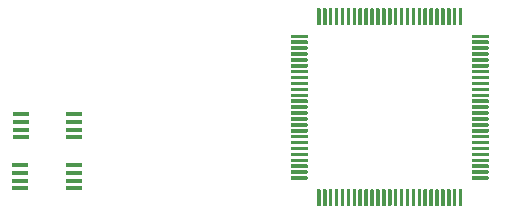
<source format=gtp>
G04 #@! TF.GenerationSoftware,KiCad,Pcbnew,(5.1.10)-1*
G04 #@! TF.CreationDate,2021-07-30T10:24:52+01:00*
G04 #@! TF.ProjectId,AudioYM2612,41756469-6f59-44d3-9236-31322e6b6963,rev?*
G04 #@! TF.SameCoordinates,Original*
G04 #@! TF.FileFunction,Paste,Top*
G04 #@! TF.FilePolarity,Positive*
%FSLAX46Y46*%
G04 Gerber Fmt 4.6, Leading zero omitted, Abs format (unit mm)*
G04 Created by KiCad (PCBNEW (5.1.10)-1) date 2021-07-30 10:24:52*
%MOMM*%
%LPD*%
G01*
G04 APERTURE LIST*
%ADD10R,1.397000X0.431800*%
G04 APERTURE END LIST*
D10*
X136677400Y-129743200D03*
X136677400Y-129108200D03*
X136677400Y-128447800D03*
X136677400Y-127812800D03*
X141198600Y-127812800D03*
X141198600Y-128447800D03*
X141198600Y-129108200D03*
X141198600Y-129743200D03*
X136702800Y-125425200D03*
X136702800Y-124790200D03*
X136702800Y-124129800D03*
X136702800Y-123494800D03*
X141224000Y-123494800D03*
X141224000Y-124129800D03*
X141224000Y-124790200D03*
X141224000Y-125425200D03*
G36*
G01*
X161800000Y-115893500D02*
X161800000Y-114568500D01*
G75*
G02*
X161875000Y-114493500I75000J0D01*
G01*
X162025000Y-114493500D01*
G75*
G02*
X162100000Y-114568500I0J-75000D01*
G01*
X162100000Y-115893500D01*
G75*
G02*
X162025000Y-115968500I-75000J0D01*
G01*
X161875000Y-115968500D01*
G75*
G02*
X161800000Y-115893500I0J75000D01*
G01*
G37*
G36*
G01*
X162300000Y-115893500D02*
X162300000Y-114568500D01*
G75*
G02*
X162375000Y-114493500I75000J0D01*
G01*
X162525000Y-114493500D01*
G75*
G02*
X162600000Y-114568500I0J-75000D01*
G01*
X162600000Y-115893500D01*
G75*
G02*
X162525000Y-115968500I-75000J0D01*
G01*
X162375000Y-115968500D01*
G75*
G02*
X162300000Y-115893500I0J75000D01*
G01*
G37*
G36*
G01*
X162800000Y-115893500D02*
X162800000Y-114568500D01*
G75*
G02*
X162875000Y-114493500I75000J0D01*
G01*
X163025000Y-114493500D01*
G75*
G02*
X163100000Y-114568500I0J-75000D01*
G01*
X163100000Y-115893500D01*
G75*
G02*
X163025000Y-115968500I-75000J0D01*
G01*
X162875000Y-115968500D01*
G75*
G02*
X162800000Y-115893500I0J75000D01*
G01*
G37*
G36*
G01*
X163300000Y-115893500D02*
X163300000Y-114568500D01*
G75*
G02*
X163375000Y-114493500I75000J0D01*
G01*
X163525000Y-114493500D01*
G75*
G02*
X163600000Y-114568500I0J-75000D01*
G01*
X163600000Y-115893500D01*
G75*
G02*
X163525000Y-115968500I-75000J0D01*
G01*
X163375000Y-115968500D01*
G75*
G02*
X163300000Y-115893500I0J75000D01*
G01*
G37*
G36*
G01*
X163800000Y-115893500D02*
X163800000Y-114568500D01*
G75*
G02*
X163875000Y-114493500I75000J0D01*
G01*
X164025000Y-114493500D01*
G75*
G02*
X164100000Y-114568500I0J-75000D01*
G01*
X164100000Y-115893500D01*
G75*
G02*
X164025000Y-115968500I-75000J0D01*
G01*
X163875000Y-115968500D01*
G75*
G02*
X163800000Y-115893500I0J75000D01*
G01*
G37*
G36*
G01*
X164300000Y-115893500D02*
X164300000Y-114568500D01*
G75*
G02*
X164375000Y-114493500I75000J0D01*
G01*
X164525000Y-114493500D01*
G75*
G02*
X164600000Y-114568500I0J-75000D01*
G01*
X164600000Y-115893500D01*
G75*
G02*
X164525000Y-115968500I-75000J0D01*
G01*
X164375000Y-115968500D01*
G75*
G02*
X164300000Y-115893500I0J75000D01*
G01*
G37*
G36*
G01*
X164800000Y-115893500D02*
X164800000Y-114568500D01*
G75*
G02*
X164875000Y-114493500I75000J0D01*
G01*
X165025000Y-114493500D01*
G75*
G02*
X165100000Y-114568500I0J-75000D01*
G01*
X165100000Y-115893500D01*
G75*
G02*
X165025000Y-115968500I-75000J0D01*
G01*
X164875000Y-115968500D01*
G75*
G02*
X164800000Y-115893500I0J75000D01*
G01*
G37*
G36*
G01*
X165300000Y-115893500D02*
X165300000Y-114568500D01*
G75*
G02*
X165375000Y-114493500I75000J0D01*
G01*
X165525000Y-114493500D01*
G75*
G02*
X165600000Y-114568500I0J-75000D01*
G01*
X165600000Y-115893500D01*
G75*
G02*
X165525000Y-115968500I-75000J0D01*
G01*
X165375000Y-115968500D01*
G75*
G02*
X165300000Y-115893500I0J75000D01*
G01*
G37*
G36*
G01*
X165800000Y-115893500D02*
X165800000Y-114568500D01*
G75*
G02*
X165875000Y-114493500I75000J0D01*
G01*
X166025000Y-114493500D01*
G75*
G02*
X166100000Y-114568500I0J-75000D01*
G01*
X166100000Y-115893500D01*
G75*
G02*
X166025000Y-115968500I-75000J0D01*
G01*
X165875000Y-115968500D01*
G75*
G02*
X165800000Y-115893500I0J75000D01*
G01*
G37*
G36*
G01*
X166300000Y-115893500D02*
X166300000Y-114568500D01*
G75*
G02*
X166375000Y-114493500I75000J0D01*
G01*
X166525000Y-114493500D01*
G75*
G02*
X166600000Y-114568500I0J-75000D01*
G01*
X166600000Y-115893500D01*
G75*
G02*
X166525000Y-115968500I-75000J0D01*
G01*
X166375000Y-115968500D01*
G75*
G02*
X166300000Y-115893500I0J75000D01*
G01*
G37*
G36*
G01*
X166800000Y-115893500D02*
X166800000Y-114568500D01*
G75*
G02*
X166875000Y-114493500I75000J0D01*
G01*
X167025000Y-114493500D01*
G75*
G02*
X167100000Y-114568500I0J-75000D01*
G01*
X167100000Y-115893500D01*
G75*
G02*
X167025000Y-115968500I-75000J0D01*
G01*
X166875000Y-115968500D01*
G75*
G02*
X166800000Y-115893500I0J75000D01*
G01*
G37*
G36*
G01*
X167300000Y-115893500D02*
X167300000Y-114568500D01*
G75*
G02*
X167375000Y-114493500I75000J0D01*
G01*
X167525000Y-114493500D01*
G75*
G02*
X167600000Y-114568500I0J-75000D01*
G01*
X167600000Y-115893500D01*
G75*
G02*
X167525000Y-115968500I-75000J0D01*
G01*
X167375000Y-115968500D01*
G75*
G02*
X167300000Y-115893500I0J75000D01*
G01*
G37*
G36*
G01*
X167800000Y-115893500D02*
X167800000Y-114568500D01*
G75*
G02*
X167875000Y-114493500I75000J0D01*
G01*
X168025000Y-114493500D01*
G75*
G02*
X168100000Y-114568500I0J-75000D01*
G01*
X168100000Y-115893500D01*
G75*
G02*
X168025000Y-115968500I-75000J0D01*
G01*
X167875000Y-115968500D01*
G75*
G02*
X167800000Y-115893500I0J75000D01*
G01*
G37*
G36*
G01*
X168300000Y-115893500D02*
X168300000Y-114568500D01*
G75*
G02*
X168375000Y-114493500I75000J0D01*
G01*
X168525000Y-114493500D01*
G75*
G02*
X168600000Y-114568500I0J-75000D01*
G01*
X168600000Y-115893500D01*
G75*
G02*
X168525000Y-115968500I-75000J0D01*
G01*
X168375000Y-115968500D01*
G75*
G02*
X168300000Y-115893500I0J75000D01*
G01*
G37*
G36*
G01*
X168800000Y-115893500D02*
X168800000Y-114568500D01*
G75*
G02*
X168875000Y-114493500I75000J0D01*
G01*
X169025000Y-114493500D01*
G75*
G02*
X169100000Y-114568500I0J-75000D01*
G01*
X169100000Y-115893500D01*
G75*
G02*
X169025000Y-115968500I-75000J0D01*
G01*
X168875000Y-115968500D01*
G75*
G02*
X168800000Y-115893500I0J75000D01*
G01*
G37*
G36*
G01*
X169300000Y-115893500D02*
X169300000Y-114568500D01*
G75*
G02*
X169375000Y-114493500I75000J0D01*
G01*
X169525000Y-114493500D01*
G75*
G02*
X169600000Y-114568500I0J-75000D01*
G01*
X169600000Y-115893500D01*
G75*
G02*
X169525000Y-115968500I-75000J0D01*
G01*
X169375000Y-115968500D01*
G75*
G02*
X169300000Y-115893500I0J75000D01*
G01*
G37*
G36*
G01*
X169800000Y-115893500D02*
X169800000Y-114568500D01*
G75*
G02*
X169875000Y-114493500I75000J0D01*
G01*
X170025000Y-114493500D01*
G75*
G02*
X170100000Y-114568500I0J-75000D01*
G01*
X170100000Y-115893500D01*
G75*
G02*
X170025000Y-115968500I-75000J0D01*
G01*
X169875000Y-115968500D01*
G75*
G02*
X169800000Y-115893500I0J75000D01*
G01*
G37*
G36*
G01*
X170300000Y-115893500D02*
X170300000Y-114568500D01*
G75*
G02*
X170375000Y-114493500I75000J0D01*
G01*
X170525000Y-114493500D01*
G75*
G02*
X170600000Y-114568500I0J-75000D01*
G01*
X170600000Y-115893500D01*
G75*
G02*
X170525000Y-115968500I-75000J0D01*
G01*
X170375000Y-115968500D01*
G75*
G02*
X170300000Y-115893500I0J75000D01*
G01*
G37*
G36*
G01*
X170800000Y-115893500D02*
X170800000Y-114568500D01*
G75*
G02*
X170875000Y-114493500I75000J0D01*
G01*
X171025000Y-114493500D01*
G75*
G02*
X171100000Y-114568500I0J-75000D01*
G01*
X171100000Y-115893500D01*
G75*
G02*
X171025000Y-115968500I-75000J0D01*
G01*
X170875000Y-115968500D01*
G75*
G02*
X170800000Y-115893500I0J75000D01*
G01*
G37*
G36*
G01*
X171300000Y-115893500D02*
X171300000Y-114568500D01*
G75*
G02*
X171375000Y-114493500I75000J0D01*
G01*
X171525000Y-114493500D01*
G75*
G02*
X171600000Y-114568500I0J-75000D01*
G01*
X171600000Y-115893500D01*
G75*
G02*
X171525000Y-115968500I-75000J0D01*
G01*
X171375000Y-115968500D01*
G75*
G02*
X171300000Y-115893500I0J75000D01*
G01*
G37*
G36*
G01*
X171800000Y-115893500D02*
X171800000Y-114568500D01*
G75*
G02*
X171875000Y-114493500I75000J0D01*
G01*
X172025000Y-114493500D01*
G75*
G02*
X172100000Y-114568500I0J-75000D01*
G01*
X172100000Y-115893500D01*
G75*
G02*
X172025000Y-115968500I-75000J0D01*
G01*
X171875000Y-115968500D01*
G75*
G02*
X171800000Y-115893500I0J75000D01*
G01*
G37*
G36*
G01*
X172300000Y-115893500D02*
X172300000Y-114568500D01*
G75*
G02*
X172375000Y-114493500I75000J0D01*
G01*
X172525000Y-114493500D01*
G75*
G02*
X172600000Y-114568500I0J-75000D01*
G01*
X172600000Y-115893500D01*
G75*
G02*
X172525000Y-115968500I-75000J0D01*
G01*
X172375000Y-115968500D01*
G75*
G02*
X172300000Y-115893500I0J75000D01*
G01*
G37*
G36*
G01*
X172800000Y-115893500D02*
X172800000Y-114568500D01*
G75*
G02*
X172875000Y-114493500I75000J0D01*
G01*
X173025000Y-114493500D01*
G75*
G02*
X173100000Y-114568500I0J-75000D01*
G01*
X173100000Y-115893500D01*
G75*
G02*
X173025000Y-115968500I-75000J0D01*
G01*
X172875000Y-115968500D01*
G75*
G02*
X172800000Y-115893500I0J75000D01*
G01*
G37*
G36*
G01*
X173300000Y-115893500D02*
X173300000Y-114568500D01*
G75*
G02*
X173375000Y-114493500I75000J0D01*
G01*
X173525000Y-114493500D01*
G75*
G02*
X173600000Y-114568500I0J-75000D01*
G01*
X173600000Y-115893500D01*
G75*
G02*
X173525000Y-115968500I-75000J0D01*
G01*
X173375000Y-115968500D01*
G75*
G02*
X173300000Y-115893500I0J75000D01*
G01*
G37*
G36*
G01*
X173800000Y-115893500D02*
X173800000Y-114568500D01*
G75*
G02*
X173875000Y-114493500I75000J0D01*
G01*
X174025000Y-114493500D01*
G75*
G02*
X174100000Y-114568500I0J-75000D01*
G01*
X174100000Y-115893500D01*
G75*
G02*
X174025000Y-115968500I-75000J0D01*
G01*
X173875000Y-115968500D01*
G75*
G02*
X173800000Y-115893500I0J75000D01*
G01*
G37*
G36*
G01*
X174875000Y-116968500D02*
X174875000Y-116818500D01*
G75*
G02*
X174950000Y-116743500I75000J0D01*
G01*
X176275000Y-116743500D01*
G75*
G02*
X176350000Y-116818500I0J-75000D01*
G01*
X176350000Y-116968500D01*
G75*
G02*
X176275000Y-117043500I-75000J0D01*
G01*
X174950000Y-117043500D01*
G75*
G02*
X174875000Y-116968500I0J75000D01*
G01*
G37*
G36*
G01*
X174875000Y-117468500D02*
X174875000Y-117318500D01*
G75*
G02*
X174950000Y-117243500I75000J0D01*
G01*
X176275000Y-117243500D01*
G75*
G02*
X176350000Y-117318500I0J-75000D01*
G01*
X176350000Y-117468500D01*
G75*
G02*
X176275000Y-117543500I-75000J0D01*
G01*
X174950000Y-117543500D01*
G75*
G02*
X174875000Y-117468500I0J75000D01*
G01*
G37*
G36*
G01*
X174875000Y-117968500D02*
X174875000Y-117818500D01*
G75*
G02*
X174950000Y-117743500I75000J0D01*
G01*
X176275000Y-117743500D01*
G75*
G02*
X176350000Y-117818500I0J-75000D01*
G01*
X176350000Y-117968500D01*
G75*
G02*
X176275000Y-118043500I-75000J0D01*
G01*
X174950000Y-118043500D01*
G75*
G02*
X174875000Y-117968500I0J75000D01*
G01*
G37*
G36*
G01*
X174875000Y-118468500D02*
X174875000Y-118318500D01*
G75*
G02*
X174950000Y-118243500I75000J0D01*
G01*
X176275000Y-118243500D01*
G75*
G02*
X176350000Y-118318500I0J-75000D01*
G01*
X176350000Y-118468500D01*
G75*
G02*
X176275000Y-118543500I-75000J0D01*
G01*
X174950000Y-118543500D01*
G75*
G02*
X174875000Y-118468500I0J75000D01*
G01*
G37*
G36*
G01*
X174875000Y-118968500D02*
X174875000Y-118818500D01*
G75*
G02*
X174950000Y-118743500I75000J0D01*
G01*
X176275000Y-118743500D01*
G75*
G02*
X176350000Y-118818500I0J-75000D01*
G01*
X176350000Y-118968500D01*
G75*
G02*
X176275000Y-119043500I-75000J0D01*
G01*
X174950000Y-119043500D01*
G75*
G02*
X174875000Y-118968500I0J75000D01*
G01*
G37*
G36*
G01*
X174875000Y-119468500D02*
X174875000Y-119318500D01*
G75*
G02*
X174950000Y-119243500I75000J0D01*
G01*
X176275000Y-119243500D01*
G75*
G02*
X176350000Y-119318500I0J-75000D01*
G01*
X176350000Y-119468500D01*
G75*
G02*
X176275000Y-119543500I-75000J0D01*
G01*
X174950000Y-119543500D01*
G75*
G02*
X174875000Y-119468500I0J75000D01*
G01*
G37*
G36*
G01*
X174875000Y-119968500D02*
X174875000Y-119818500D01*
G75*
G02*
X174950000Y-119743500I75000J0D01*
G01*
X176275000Y-119743500D01*
G75*
G02*
X176350000Y-119818500I0J-75000D01*
G01*
X176350000Y-119968500D01*
G75*
G02*
X176275000Y-120043500I-75000J0D01*
G01*
X174950000Y-120043500D01*
G75*
G02*
X174875000Y-119968500I0J75000D01*
G01*
G37*
G36*
G01*
X174875000Y-120468500D02*
X174875000Y-120318500D01*
G75*
G02*
X174950000Y-120243500I75000J0D01*
G01*
X176275000Y-120243500D01*
G75*
G02*
X176350000Y-120318500I0J-75000D01*
G01*
X176350000Y-120468500D01*
G75*
G02*
X176275000Y-120543500I-75000J0D01*
G01*
X174950000Y-120543500D01*
G75*
G02*
X174875000Y-120468500I0J75000D01*
G01*
G37*
G36*
G01*
X174875000Y-120968500D02*
X174875000Y-120818500D01*
G75*
G02*
X174950000Y-120743500I75000J0D01*
G01*
X176275000Y-120743500D01*
G75*
G02*
X176350000Y-120818500I0J-75000D01*
G01*
X176350000Y-120968500D01*
G75*
G02*
X176275000Y-121043500I-75000J0D01*
G01*
X174950000Y-121043500D01*
G75*
G02*
X174875000Y-120968500I0J75000D01*
G01*
G37*
G36*
G01*
X174875000Y-121468500D02*
X174875000Y-121318500D01*
G75*
G02*
X174950000Y-121243500I75000J0D01*
G01*
X176275000Y-121243500D01*
G75*
G02*
X176350000Y-121318500I0J-75000D01*
G01*
X176350000Y-121468500D01*
G75*
G02*
X176275000Y-121543500I-75000J0D01*
G01*
X174950000Y-121543500D01*
G75*
G02*
X174875000Y-121468500I0J75000D01*
G01*
G37*
G36*
G01*
X174875000Y-121968500D02*
X174875000Y-121818500D01*
G75*
G02*
X174950000Y-121743500I75000J0D01*
G01*
X176275000Y-121743500D01*
G75*
G02*
X176350000Y-121818500I0J-75000D01*
G01*
X176350000Y-121968500D01*
G75*
G02*
X176275000Y-122043500I-75000J0D01*
G01*
X174950000Y-122043500D01*
G75*
G02*
X174875000Y-121968500I0J75000D01*
G01*
G37*
G36*
G01*
X174875000Y-122468500D02*
X174875000Y-122318500D01*
G75*
G02*
X174950000Y-122243500I75000J0D01*
G01*
X176275000Y-122243500D01*
G75*
G02*
X176350000Y-122318500I0J-75000D01*
G01*
X176350000Y-122468500D01*
G75*
G02*
X176275000Y-122543500I-75000J0D01*
G01*
X174950000Y-122543500D01*
G75*
G02*
X174875000Y-122468500I0J75000D01*
G01*
G37*
G36*
G01*
X174875000Y-122968500D02*
X174875000Y-122818500D01*
G75*
G02*
X174950000Y-122743500I75000J0D01*
G01*
X176275000Y-122743500D01*
G75*
G02*
X176350000Y-122818500I0J-75000D01*
G01*
X176350000Y-122968500D01*
G75*
G02*
X176275000Y-123043500I-75000J0D01*
G01*
X174950000Y-123043500D01*
G75*
G02*
X174875000Y-122968500I0J75000D01*
G01*
G37*
G36*
G01*
X174875000Y-123468500D02*
X174875000Y-123318500D01*
G75*
G02*
X174950000Y-123243500I75000J0D01*
G01*
X176275000Y-123243500D01*
G75*
G02*
X176350000Y-123318500I0J-75000D01*
G01*
X176350000Y-123468500D01*
G75*
G02*
X176275000Y-123543500I-75000J0D01*
G01*
X174950000Y-123543500D01*
G75*
G02*
X174875000Y-123468500I0J75000D01*
G01*
G37*
G36*
G01*
X174875000Y-123968500D02*
X174875000Y-123818500D01*
G75*
G02*
X174950000Y-123743500I75000J0D01*
G01*
X176275000Y-123743500D01*
G75*
G02*
X176350000Y-123818500I0J-75000D01*
G01*
X176350000Y-123968500D01*
G75*
G02*
X176275000Y-124043500I-75000J0D01*
G01*
X174950000Y-124043500D01*
G75*
G02*
X174875000Y-123968500I0J75000D01*
G01*
G37*
G36*
G01*
X174875000Y-124468500D02*
X174875000Y-124318500D01*
G75*
G02*
X174950000Y-124243500I75000J0D01*
G01*
X176275000Y-124243500D01*
G75*
G02*
X176350000Y-124318500I0J-75000D01*
G01*
X176350000Y-124468500D01*
G75*
G02*
X176275000Y-124543500I-75000J0D01*
G01*
X174950000Y-124543500D01*
G75*
G02*
X174875000Y-124468500I0J75000D01*
G01*
G37*
G36*
G01*
X174875000Y-124968500D02*
X174875000Y-124818500D01*
G75*
G02*
X174950000Y-124743500I75000J0D01*
G01*
X176275000Y-124743500D01*
G75*
G02*
X176350000Y-124818500I0J-75000D01*
G01*
X176350000Y-124968500D01*
G75*
G02*
X176275000Y-125043500I-75000J0D01*
G01*
X174950000Y-125043500D01*
G75*
G02*
X174875000Y-124968500I0J75000D01*
G01*
G37*
G36*
G01*
X174875000Y-125468500D02*
X174875000Y-125318500D01*
G75*
G02*
X174950000Y-125243500I75000J0D01*
G01*
X176275000Y-125243500D01*
G75*
G02*
X176350000Y-125318500I0J-75000D01*
G01*
X176350000Y-125468500D01*
G75*
G02*
X176275000Y-125543500I-75000J0D01*
G01*
X174950000Y-125543500D01*
G75*
G02*
X174875000Y-125468500I0J75000D01*
G01*
G37*
G36*
G01*
X174875000Y-125968500D02*
X174875000Y-125818500D01*
G75*
G02*
X174950000Y-125743500I75000J0D01*
G01*
X176275000Y-125743500D01*
G75*
G02*
X176350000Y-125818500I0J-75000D01*
G01*
X176350000Y-125968500D01*
G75*
G02*
X176275000Y-126043500I-75000J0D01*
G01*
X174950000Y-126043500D01*
G75*
G02*
X174875000Y-125968500I0J75000D01*
G01*
G37*
G36*
G01*
X174875000Y-126468500D02*
X174875000Y-126318500D01*
G75*
G02*
X174950000Y-126243500I75000J0D01*
G01*
X176275000Y-126243500D01*
G75*
G02*
X176350000Y-126318500I0J-75000D01*
G01*
X176350000Y-126468500D01*
G75*
G02*
X176275000Y-126543500I-75000J0D01*
G01*
X174950000Y-126543500D01*
G75*
G02*
X174875000Y-126468500I0J75000D01*
G01*
G37*
G36*
G01*
X174875000Y-126968500D02*
X174875000Y-126818500D01*
G75*
G02*
X174950000Y-126743500I75000J0D01*
G01*
X176275000Y-126743500D01*
G75*
G02*
X176350000Y-126818500I0J-75000D01*
G01*
X176350000Y-126968500D01*
G75*
G02*
X176275000Y-127043500I-75000J0D01*
G01*
X174950000Y-127043500D01*
G75*
G02*
X174875000Y-126968500I0J75000D01*
G01*
G37*
G36*
G01*
X174875000Y-127468500D02*
X174875000Y-127318500D01*
G75*
G02*
X174950000Y-127243500I75000J0D01*
G01*
X176275000Y-127243500D01*
G75*
G02*
X176350000Y-127318500I0J-75000D01*
G01*
X176350000Y-127468500D01*
G75*
G02*
X176275000Y-127543500I-75000J0D01*
G01*
X174950000Y-127543500D01*
G75*
G02*
X174875000Y-127468500I0J75000D01*
G01*
G37*
G36*
G01*
X174875000Y-127968500D02*
X174875000Y-127818500D01*
G75*
G02*
X174950000Y-127743500I75000J0D01*
G01*
X176275000Y-127743500D01*
G75*
G02*
X176350000Y-127818500I0J-75000D01*
G01*
X176350000Y-127968500D01*
G75*
G02*
X176275000Y-128043500I-75000J0D01*
G01*
X174950000Y-128043500D01*
G75*
G02*
X174875000Y-127968500I0J75000D01*
G01*
G37*
G36*
G01*
X174875000Y-128468500D02*
X174875000Y-128318500D01*
G75*
G02*
X174950000Y-128243500I75000J0D01*
G01*
X176275000Y-128243500D01*
G75*
G02*
X176350000Y-128318500I0J-75000D01*
G01*
X176350000Y-128468500D01*
G75*
G02*
X176275000Y-128543500I-75000J0D01*
G01*
X174950000Y-128543500D01*
G75*
G02*
X174875000Y-128468500I0J75000D01*
G01*
G37*
G36*
G01*
X174875000Y-128968500D02*
X174875000Y-128818500D01*
G75*
G02*
X174950000Y-128743500I75000J0D01*
G01*
X176275000Y-128743500D01*
G75*
G02*
X176350000Y-128818500I0J-75000D01*
G01*
X176350000Y-128968500D01*
G75*
G02*
X176275000Y-129043500I-75000J0D01*
G01*
X174950000Y-129043500D01*
G75*
G02*
X174875000Y-128968500I0J75000D01*
G01*
G37*
G36*
G01*
X173800000Y-131218500D02*
X173800000Y-129893500D01*
G75*
G02*
X173875000Y-129818500I75000J0D01*
G01*
X174025000Y-129818500D01*
G75*
G02*
X174100000Y-129893500I0J-75000D01*
G01*
X174100000Y-131218500D01*
G75*
G02*
X174025000Y-131293500I-75000J0D01*
G01*
X173875000Y-131293500D01*
G75*
G02*
X173800000Y-131218500I0J75000D01*
G01*
G37*
G36*
G01*
X173300000Y-131218500D02*
X173300000Y-129893500D01*
G75*
G02*
X173375000Y-129818500I75000J0D01*
G01*
X173525000Y-129818500D01*
G75*
G02*
X173600000Y-129893500I0J-75000D01*
G01*
X173600000Y-131218500D01*
G75*
G02*
X173525000Y-131293500I-75000J0D01*
G01*
X173375000Y-131293500D01*
G75*
G02*
X173300000Y-131218500I0J75000D01*
G01*
G37*
G36*
G01*
X172800000Y-131218500D02*
X172800000Y-129893500D01*
G75*
G02*
X172875000Y-129818500I75000J0D01*
G01*
X173025000Y-129818500D01*
G75*
G02*
X173100000Y-129893500I0J-75000D01*
G01*
X173100000Y-131218500D01*
G75*
G02*
X173025000Y-131293500I-75000J0D01*
G01*
X172875000Y-131293500D01*
G75*
G02*
X172800000Y-131218500I0J75000D01*
G01*
G37*
G36*
G01*
X172300000Y-131218500D02*
X172300000Y-129893500D01*
G75*
G02*
X172375000Y-129818500I75000J0D01*
G01*
X172525000Y-129818500D01*
G75*
G02*
X172600000Y-129893500I0J-75000D01*
G01*
X172600000Y-131218500D01*
G75*
G02*
X172525000Y-131293500I-75000J0D01*
G01*
X172375000Y-131293500D01*
G75*
G02*
X172300000Y-131218500I0J75000D01*
G01*
G37*
G36*
G01*
X171800000Y-131218500D02*
X171800000Y-129893500D01*
G75*
G02*
X171875000Y-129818500I75000J0D01*
G01*
X172025000Y-129818500D01*
G75*
G02*
X172100000Y-129893500I0J-75000D01*
G01*
X172100000Y-131218500D01*
G75*
G02*
X172025000Y-131293500I-75000J0D01*
G01*
X171875000Y-131293500D01*
G75*
G02*
X171800000Y-131218500I0J75000D01*
G01*
G37*
G36*
G01*
X171300000Y-131218500D02*
X171300000Y-129893500D01*
G75*
G02*
X171375000Y-129818500I75000J0D01*
G01*
X171525000Y-129818500D01*
G75*
G02*
X171600000Y-129893500I0J-75000D01*
G01*
X171600000Y-131218500D01*
G75*
G02*
X171525000Y-131293500I-75000J0D01*
G01*
X171375000Y-131293500D01*
G75*
G02*
X171300000Y-131218500I0J75000D01*
G01*
G37*
G36*
G01*
X170800000Y-131218500D02*
X170800000Y-129893500D01*
G75*
G02*
X170875000Y-129818500I75000J0D01*
G01*
X171025000Y-129818500D01*
G75*
G02*
X171100000Y-129893500I0J-75000D01*
G01*
X171100000Y-131218500D01*
G75*
G02*
X171025000Y-131293500I-75000J0D01*
G01*
X170875000Y-131293500D01*
G75*
G02*
X170800000Y-131218500I0J75000D01*
G01*
G37*
G36*
G01*
X170300000Y-131218500D02*
X170300000Y-129893500D01*
G75*
G02*
X170375000Y-129818500I75000J0D01*
G01*
X170525000Y-129818500D01*
G75*
G02*
X170600000Y-129893500I0J-75000D01*
G01*
X170600000Y-131218500D01*
G75*
G02*
X170525000Y-131293500I-75000J0D01*
G01*
X170375000Y-131293500D01*
G75*
G02*
X170300000Y-131218500I0J75000D01*
G01*
G37*
G36*
G01*
X169800000Y-131218500D02*
X169800000Y-129893500D01*
G75*
G02*
X169875000Y-129818500I75000J0D01*
G01*
X170025000Y-129818500D01*
G75*
G02*
X170100000Y-129893500I0J-75000D01*
G01*
X170100000Y-131218500D01*
G75*
G02*
X170025000Y-131293500I-75000J0D01*
G01*
X169875000Y-131293500D01*
G75*
G02*
X169800000Y-131218500I0J75000D01*
G01*
G37*
G36*
G01*
X169300000Y-131218500D02*
X169300000Y-129893500D01*
G75*
G02*
X169375000Y-129818500I75000J0D01*
G01*
X169525000Y-129818500D01*
G75*
G02*
X169600000Y-129893500I0J-75000D01*
G01*
X169600000Y-131218500D01*
G75*
G02*
X169525000Y-131293500I-75000J0D01*
G01*
X169375000Y-131293500D01*
G75*
G02*
X169300000Y-131218500I0J75000D01*
G01*
G37*
G36*
G01*
X168800000Y-131218500D02*
X168800000Y-129893500D01*
G75*
G02*
X168875000Y-129818500I75000J0D01*
G01*
X169025000Y-129818500D01*
G75*
G02*
X169100000Y-129893500I0J-75000D01*
G01*
X169100000Y-131218500D01*
G75*
G02*
X169025000Y-131293500I-75000J0D01*
G01*
X168875000Y-131293500D01*
G75*
G02*
X168800000Y-131218500I0J75000D01*
G01*
G37*
G36*
G01*
X168300000Y-131218500D02*
X168300000Y-129893500D01*
G75*
G02*
X168375000Y-129818500I75000J0D01*
G01*
X168525000Y-129818500D01*
G75*
G02*
X168600000Y-129893500I0J-75000D01*
G01*
X168600000Y-131218500D01*
G75*
G02*
X168525000Y-131293500I-75000J0D01*
G01*
X168375000Y-131293500D01*
G75*
G02*
X168300000Y-131218500I0J75000D01*
G01*
G37*
G36*
G01*
X167800000Y-131218500D02*
X167800000Y-129893500D01*
G75*
G02*
X167875000Y-129818500I75000J0D01*
G01*
X168025000Y-129818500D01*
G75*
G02*
X168100000Y-129893500I0J-75000D01*
G01*
X168100000Y-131218500D01*
G75*
G02*
X168025000Y-131293500I-75000J0D01*
G01*
X167875000Y-131293500D01*
G75*
G02*
X167800000Y-131218500I0J75000D01*
G01*
G37*
G36*
G01*
X167300000Y-131218500D02*
X167300000Y-129893500D01*
G75*
G02*
X167375000Y-129818500I75000J0D01*
G01*
X167525000Y-129818500D01*
G75*
G02*
X167600000Y-129893500I0J-75000D01*
G01*
X167600000Y-131218500D01*
G75*
G02*
X167525000Y-131293500I-75000J0D01*
G01*
X167375000Y-131293500D01*
G75*
G02*
X167300000Y-131218500I0J75000D01*
G01*
G37*
G36*
G01*
X166800000Y-131218500D02*
X166800000Y-129893500D01*
G75*
G02*
X166875000Y-129818500I75000J0D01*
G01*
X167025000Y-129818500D01*
G75*
G02*
X167100000Y-129893500I0J-75000D01*
G01*
X167100000Y-131218500D01*
G75*
G02*
X167025000Y-131293500I-75000J0D01*
G01*
X166875000Y-131293500D01*
G75*
G02*
X166800000Y-131218500I0J75000D01*
G01*
G37*
G36*
G01*
X166300000Y-131218500D02*
X166300000Y-129893500D01*
G75*
G02*
X166375000Y-129818500I75000J0D01*
G01*
X166525000Y-129818500D01*
G75*
G02*
X166600000Y-129893500I0J-75000D01*
G01*
X166600000Y-131218500D01*
G75*
G02*
X166525000Y-131293500I-75000J0D01*
G01*
X166375000Y-131293500D01*
G75*
G02*
X166300000Y-131218500I0J75000D01*
G01*
G37*
G36*
G01*
X165800000Y-131218500D02*
X165800000Y-129893500D01*
G75*
G02*
X165875000Y-129818500I75000J0D01*
G01*
X166025000Y-129818500D01*
G75*
G02*
X166100000Y-129893500I0J-75000D01*
G01*
X166100000Y-131218500D01*
G75*
G02*
X166025000Y-131293500I-75000J0D01*
G01*
X165875000Y-131293500D01*
G75*
G02*
X165800000Y-131218500I0J75000D01*
G01*
G37*
G36*
G01*
X165300000Y-131218500D02*
X165300000Y-129893500D01*
G75*
G02*
X165375000Y-129818500I75000J0D01*
G01*
X165525000Y-129818500D01*
G75*
G02*
X165600000Y-129893500I0J-75000D01*
G01*
X165600000Y-131218500D01*
G75*
G02*
X165525000Y-131293500I-75000J0D01*
G01*
X165375000Y-131293500D01*
G75*
G02*
X165300000Y-131218500I0J75000D01*
G01*
G37*
G36*
G01*
X164800000Y-131218500D02*
X164800000Y-129893500D01*
G75*
G02*
X164875000Y-129818500I75000J0D01*
G01*
X165025000Y-129818500D01*
G75*
G02*
X165100000Y-129893500I0J-75000D01*
G01*
X165100000Y-131218500D01*
G75*
G02*
X165025000Y-131293500I-75000J0D01*
G01*
X164875000Y-131293500D01*
G75*
G02*
X164800000Y-131218500I0J75000D01*
G01*
G37*
G36*
G01*
X164300000Y-131218500D02*
X164300000Y-129893500D01*
G75*
G02*
X164375000Y-129818500I75000J0D01*
G01*
X164525000Y-129818500D01*
G75*
G02*
X164600000Y-129893500I0J-75000D01*
G01*
X164600000Y-131218500D01*
G75*
G02*
X164525000Y-131293500I-75000J0D01*
G01*
X164375000Y-131293500D01*
G75*
G02*
X164300000Y-131218500I0J75000D01*
G01*
G37*
G36*
G01*
X163800000Y-131218500D02*
X163800000Y-129893500D01*
G75*
G02*
X163875000Y-129818500I75000J0D01*
G01*
X164025000Y-129818500D01*
G75*
G02*
X164100000Y-129893500I0J-75000D01*
G01*
X164100000Y-131218500D01*
G75*
G02*
X164025000Y-131293500I-75000J0D01*
G01*
X163875000Y-131293500D01*
G75*
G02*
X163800000Y-131218500I0J75000D01*
G01*
G37*
G36*
G01*
X163300000Y-131218500D02*
X163300000Y-129893500D01*
G75*
G02*
X163375000Y-129818500I75000J0D01*
G01*
X163525000Y-129818500D01*
G75*
G02*
X163600000Y-129893500I0J-75000D01*
G01*
X163600000Y-131218500D01*
G75*
G02*
X163525000Y-131293500I-75000J0D01*
G01*
X163375000Y-131293500D01*
G75*
G02*
X163300000Y-131218500I0J75000D01*
G01*
G37*
G36*
G01*
X162800000Y-131218500D02*
X162800000Y-129893500D01*
G75*
G02*
X162875000Y-129818500I75000J0D01*
G01*
X163025000Y-129818500D01*
G75*
G02*
X163100000Y-129893500I0J-75000D01*
G01*
X163100000Y-131218500D01*
G75*
G02*
X163025000Y-131293500I-75000J0D01*
G01*
X162875000Y-131293500D01*
G75*
G02*
X162800000Y-131218500I0J75000D01*
G01*
G37*
G36*
G01*
X162300000Y-131218500D02*
X162300000Y-129893500D01*
G75*
G02*
X162375000Y-129818500I75000J0D01*
G01*
X162525000Y-129818500D01*
G75*
G02*
X162600000Y-129893500I0J-75000D01*
G01*
X162600000Y-131218500D01*
G75*
G02*
X162525000Y-131293500I-75000J0D01*
G01*
X162375000Y-131293500D01*
G75*
G02*
X162300000Y-131218500I0J75000D01*
G01*
G37*
G36*
G01*
X161800000Y-131218500D02*
X161800000Y-129893500D01*
G75*
G02*
X161875000Y-129818500I75000J0D01*
G01*
X162025000Y-129818500D01*
G75*
G02*
X162100000Y-129893500I0J-75000D01*
G01*
X162100000Y-131218500D01*
G75*
G02*
X162025000Y-131293500I-75000J0D01*
G01*
X161875000Y-131293500D01*
G75*
G02*
X161800000Y-131218500I0J75000D01*
G01*
G37*
G36*
G01*
X159550000Y-128968500D02*
X159550000Y-128818500D01*
G75*
G02*
X159625000Y-128743500I75000J0D01*
G01*
X160950000Y-128743500D01*
G75*
G02*
X161025000Y-128818500I0J-75000D01*
G01*
X161025000Y-128968500D01*
G75*
G02*
X160950000Y-129043500I-75000J0D01*
G01*
X159625000Y-129043500D01*
G75*
G02*
X159550000Y-128968500I0J75000D01*
G01*
G37*
G36*
G01*
X159550000Y-128468500D02*
X159550000Y-128318500D01*
G75*
G02*
X159625000Y-128243500I75000J0D01*
G01*
X160950000Y-128243500D01*
G75*
G02*
X161025000Y-128318500I0J-75000D01*
G01*
X161025000Y-128468500D01*
G75*
G02*
X160950000Y-128543500I-75000J0D01*
G01*
X159625000Y-128543500D01*
G75*
G02*
X159550000Y-128468500I0J75000D01*
G01*
G37*
G36*
G01*
X159550000Y-127968500D02*
X159550000Y-127818500D01*
G75*
G02*
X159625000Y-127743500I75000J0D01*
G01*
X160950000Y-127743500D01*
G75*
G02*
X161025000Y-127818500I0J-75000D01*
G01*
X161025000Y-127968500D01*
G75*
G02*
X160950000Y-128043500I-75000J0D01*
G01*
X159625000Y-128043500D01*
G75*
G02*
X159550000Y-127968500I0J75000D01*
G01*
G37*
G36*
G01*
X159550000Y-127468500D02*
X159550000Y-127318500D01*
G75*
G02*
X159625000Y-127243500I75000J0D01*
G01*
X160950000Y-127243500D01*
G75*
G02*
X161025000Y-127318500I0J-75000D01*
G01*
X161025000Y-127468500D01*
G75*
G02*
X160950000Y-127543500I-75000J0D01*
G01*
X159625000Y-127543500D01*
G75*
G02*
X159550000Y-127468500I0J75000D01*
G01*
G37*
G36*
G01*
X159550000Y-126968500D02*
X159550000Y-126818500D01*
G75*
G02*
X159625000Y-126743500I75000J0D01*
G01*
X160950000Y-126743500D01*
G75*
G02*
X161025000Y-126818500I0J-75000D01*
G01*
X161025000Y-126968500D01*
G75*
G02*
X160950000Y-127043500I-75000J0D01*
G01*
X159625000Y-127043500D01*
G75*
G02*
X159550000Y-126968500I0J75000D01*
G01*
G37*
G36*
G01*
X159550000Y-126468500D02*
X159550000Y-126318500D01*
G75*
G02*
X159625000Y-126243500I75000J0D01*
G01*
X160950000Y-126243500D01*
G75*
G02*
X161025000Y-126318500I0J-75000D01*
G01*
X161025000Y-126468500D01*
G75*
G02*
X160950000Y-126543500I-75000J0D01*
G01*
X159625000Y-126543500D01*
G75*
G02*
X159550000Y-126468500I0J75000D01*
G01*
G37*
G36*
G01*
X159550000Y-125968500D02*
X159550000Y-125818500D01*
G75*
G02*
X159625000Y-125743500I75000J0D01*
G01*
X160950000Y-125743500D01*
G75*
G02*
X161025000Y-125818500I0J-75000D01*
G01*
X161025000Y-125968500D01*
G75*
G02*
X160950000Y-126043500I-75000J0D01*
G01*
X159625000Y-126043500D01*
G75*
G02*
X159550000Y-125968500I0J75000D01*
G01*
G37*
G36*
G01*
X159550000Y-125468500D02*
X159550000Y-125318500D01*
G75*
G02*
X159625000Y-125243500I75000J0D01*
G01*
X160950000Y-125243500D01*
G75*
G02*
X161025000Y-125318500I0J-75000D01*
G01*
X161025000Y-125468500D01*
G75*
G02*
X160950000Y-125543500I-75000J0D01*
G01*
X159625000Y-125543500D01*
G75*
G02*
X159550000Y-125468500I0J75000D01*
G01*
G37*
G36*
G01*
X159550000Y-124968500D02*
X159550000Y-124818500D01*
G75*
G02*
X159625000Y-124743500I75000J0D01*
G01*
X160950000Y-124743500D01*
G75*
G02*
X161025000Y-124818500I0J-75000D01*
G01*
X161025000Y-124968500D01*
G75*
G02*
X160950000Y-125043500I-75000J0D01*
G01*
X159625000Y-125043500D01*
G75*
G02*
X159550000Y-124968500I0J75000D01*
G01*
G37*
G36*
G01*
X159550000Y-124468500D02*
X159550000Y-124318500D01*
G75*
G02*
X159625000Y-124243500I75000J0D01*
G01*
X160950000Y-124243500D01*
G75*
G02*
X161025000Y-124318500I0J-75000D01*
G01*
X161025000Y-124468500D01*
G75*
G02*
X160950000Y-124543500I-75000J0D01*
G01*
X159625000Y-124543500D01*
G75*
G02*
X159550000Y-124468500I0J75000D01*
G01*
G37*
G36*
G01*
X159550000Y-123968500D02*
X159550000Y-123818500D01*
G75*
G02*
X159625000Y-123743500I75000J0D01*
G01*
X160950000Y-123743500D01*
G75*
G02*
X161025000Y-123818500I0J-75000D01*
G01*
X161025000Y-123968500D01*
G75*
G02*
X160950000Y-124043500I-75000J0D01*
G01*
X159625000Y-124043500D01*
G75*
G02*
X159550000Y-123968500I0J75000D01*
G01*
G37*
G36*
G01*
X159550000Y-123468500D02*
X159550000Y-123318500D01*
G75*
G02*
X159625000Y-123243500I75000J0D01*
G01*
X160950000Y-123243500D01*
G75*
G02*
X161025000Y-123318500I0J-75000D01*
G01*
X161025000Y-123468500D01*
G75*
G02*
X160950000Y-123543500I-75000J0D01*
G01*
X159625000Y-123543500D01*
G75*
G02*
X159550000Y-123468500I0J75000D01*
G01*
G37*
G36*
G01*
X159550000Y-122968500D02*
X159550000Y-122818500D01*
G75*
G02*
X159625000Y-122743500I75000J0D01*
G01*
X160950000Y-122743500D01*
G75*
G02*
X161025000Y-122818500I0J-75000D01*
G01*
X161025000Y-122968500D01*
G75*
G02*
X160950000Y-123043500I-75000J0D01*
G01*
X159625000Y-123043500D01*
G75*
G02*
X159550000Y-122968500I0J75000D01*
G01*
G37*
G36*
G01*
X159550000Y-122468500D02*
X159550000Y-122318500D01*
G75*
G02*
X159625000Y-122243500I75000J0D01*
G01*
X160950000Y-122243500D01*
G75*
G02*
X161025000Y-122318500I0J-75000D01*
G01*
X161025000Y-122468500D01*
G75*
G02*
X160950000Y-122543500I-75000J0D01*
G01*
X159625000Y-122543500D01*
G75*
G02*
X159550000Y-122468500I0J75000D01*
G01*
G37*
G36*
G01*
X159550000Y-121968500D02*
X159550000Y-121818500D01*
G75*
G02*
X159625000Y-121743500I75000J0D01*
G01*
X160950000Y-121743500D01*
G75*
G02*
X161025000Y-121818500I0J-75000D01*
G01*
X161025000Y-121968500D01*
G75*
G02*
X160950000Y-122043500I-75000J0D01*
G01*
X159625000Y-122043500D01*
G75*
G02*
X159550000Y-121968500I0J75000D01*
G01*
G37*
G36*
G01*
X159550000Y-121468500D02*
X159550000Y-121318500D01*
G75*
G02*
X159625000Y-121243500I75000J0D01*
G01*
X160950000Y-121243500D01*
G75*
G02*
X161025000Y-121318500I0J-75000D01*
G01*
X161025000Y-121468500D01*
G75*
G02*
X160950000Y-121543500I-75000J0D01*
G01*
X159625000Y-121543500D01*
G75*
G02*
X159550000Y-121468500I0J75000D01*
G01*
G37*
G36*
G01*
X159550000Y-120968500D02*
X159550000Y-120818500D01*
G75*
G02*
X159625000Y-120743500I75000J0D01*
G01*
X160950000Y-120743500D01*
G75*
G02*
X161025000Y-120818500I0J-75000D01*
G01*
X161025000Y-120968500D01*
G75*
G02*
X160950000Y-121043500I-75000J0D01*
G01*
X159625000Y-121043500D01*
G75*
G02*
X159550000Y-120968500I0J75000D01*
G01*
G37*
G36*
G01*
X159550000Y-120468500D02*
X159550000Y-120318500D01*
G75*
G02*
X159625000Y-120243500I75000J0D01*
G01*
X160950000Y-120243500D01*
G75*
G02*
X161025000Y-120318500I0J-75000D01*
G01*
X161025000Y-120468500D01*
G75*
G02*
X160950000Y-120543500I-75000J0D01*
G01*
X159625000Y-120543500D01*
G75*
G02*
X159550000Y-120468500I0J75000D01*
G01*
G37*
G36*
G01*
X159550000Y-119968500D02*
X159550000Y-119818500D01*
G75*
G02*
X159625000Y-119743500I75000J0D01*
G01*
X160950000Y-119743500D01*
G75*
G02*
X161025000Y-119818500I0J-75000D01*
G01*
X161025000Y-119968500D01*
G75*
G02*
X160950000Y-120043500I-75000J0D01*
G01*
X159625000Y-120043500D01*
G75*
G02*
X159550000Y-119968500I0J75000D01*
G01*
G37*
G36*
G01*
X159550000Y-119468500D02*
X159550000Y-119318500D01*
G75*
G02*
X159625000Y-119243500I75000J0D01*
G01*
X160950000Y-119243500D01*
G75*
G02*
X161025000Y-119318500I0J-75000D01*
G01*
X161025000Y-119468500D01*
G75*
G02*
X160950000Y-119543500I-75000J0D01*
G01*
X159625000Y-119543500D01*
G75*
G02*
X159550000Y-119468500I0J75000D01*
G01*
G37*
G36*
G01*
X159550000Y-118968500D02*
X159550000Y-118818500D01*
G75*
G02*
X159625000Y-118743500I75000J0D01*
G01*
X160950000Y-118743500D01*
G75*
G02*
X161025000Y-118818500I0J-75000D01*
G01*
X161025000Y-118968500D01*
G75*
G02*
X160950000Y-119043500I-75000J0D01*
G01*
X159625000Y-119043500D01*
G75*
G02*
X159550000Y-118968500I0J75000D01*
G01*
G37*
G36*
G01*
X159550000Y-118468500D02*
X159550000Y-118318500D01*
G75*
G02*
X159625000Y-118243500I75000J0D01*
G01*
X160950000Y-118243500D01*
G75*
G02*
X161025000Y-118318500I0J-75000D01*
G01*
X161025000Y-118468500D01*
G75*
G02*
X160950000Y-118543500I-75000J0D01*
G01*
X159625000Y-118543500D01*
G75*
G02*
X159550000Y-118468500I0J75000D01*
G01*
G37*
G36*
G01*
X159550000Y-117968500D02*
X159550000Y-117818500D01*
G75*
G02*
X159625000Y-117743500I75000J0D01*
G01*
X160950000Y-117743500D01*
G75*
G02*
X161025000Y-117818500I0J-75000D01*
G01*
X161025000Y-117968500D01*
G75*
G02*
X160950000Y-118043500I-75000J0D01*
G01*
X159625000Y-118043500D01*
G75*
G02*
X159550000Y-117968500I0J75000D01*
G01*
G37*
G36*
G01*
X159550000Y-117468500D02*
X159550000Y-117318500D01*
G75*
G02*
X159625000Y-117243500I75000J0D01*
G01*
X160950000Y-117243500D01*
G75*
G02*
X161025000Y-117318500I0J-75000D01*
G01*
X161025000Y-117468500D01*
G75*
G02*
X160950000Y-117543500I-75000J0D01*
G01*
X159625000Y-117543500D01*
G75*
G02*
X159550000Y-117468500I0J75000D01*
G01*
G37*
G36*
G01*
X159550000Y-116968500D02*
X159550000Y-116818500D01*
G75*
G02*
X159625000Y-116743500I75000J0D01*
G01*
X160950000Y-116743500D01*
G75*
G02*
X161025000Y-116818500I0J-75000D01*
G01*
X161025000Y-116968500D01*
G75*
G02*
X160950000Y-117043500I-75000J0D01*
G01*
X159625000Y-117043500D01*
G75*
G02*
X159550000Y-116968500I0J75000D01*
G01*
G37*
M02*

</source>
